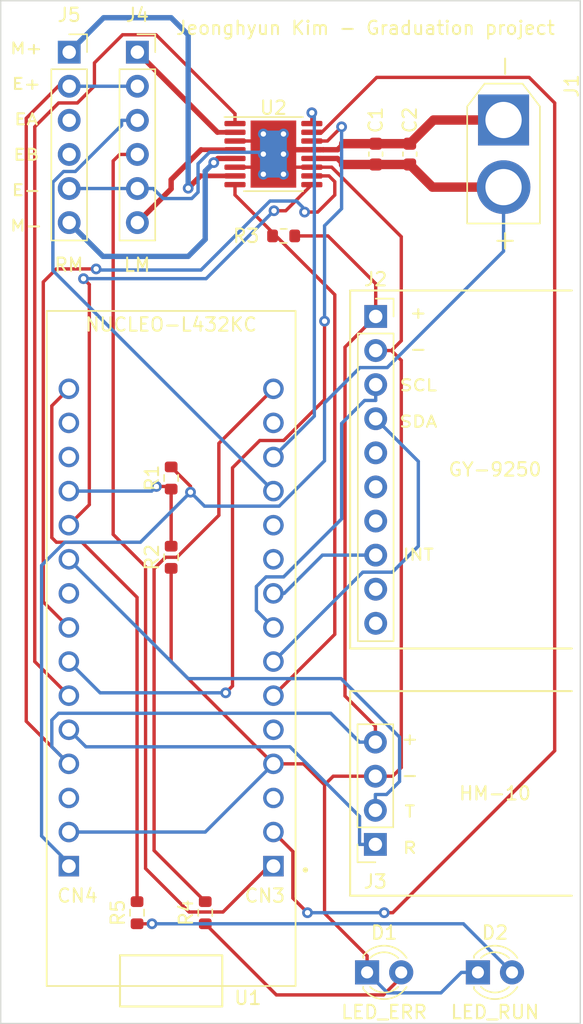
<source format=kicad_pcb>
(kicad_pcb (version 20211014) (generator pcbnew)
  (title_block (title "Jeonghyun Kim graduation project"))
  (layers (0 "F.Cu" signal) (31 "B.Cu" signal) (34 "B.Paste" user) (35 "F.Paste" user) (36 "B.SilkS" user "B.Silkscreen") (37 "F.SilkS" user "F.Silkscreen") (38 "B.Mask" user) (39 "F.Mask" user) (44 "Edge.Cuts" user))
  (net 0 "")
  (net 1 "BATT_VIN")
  (net 2 "BATT_GND")
  (net 3 "Net-(D1-Pad2)")
  (net 4 "Net-(D2-Pad2)")
  (net 5 "ENC_VCC")
  (net 6 "GY_SCL")
  (net 7 "GY_SDA")
  (net 11 "GY_INT")
  (net 14 "HM_RX")
  (net 15 "HM_TX")
  (net 16 "Net-(J4-Pad1)")
  (net 17 "ENC_1A")
  (net 18 "ENC_1B")
  (net 19 "Net-(J4-Pad6)")
  (net 20 "Net-(J5-Pad1)")
  (net 21 "Net-(J5-Pad6)")
  (net 22 "Net-(R1-Pad1)")
  (net 23 "LED_ERR")
  (net 24 "LED_RUN")
  (net 25 "M_OFF")
  (net 26 "M_FAULT")
  (net 27 "M_IN2")
  (net 28 "M_IN1")
  (net 35 "M_MODE")
  (net 39 "M_IN4")
  (net 40 "M_IN3")
  (footprint "Connector_PinSocket_2.54mm:PinSocket_1x10_P2.54mm_Vertical" (layer "F.Cu") (at 78.74 61.625)
    (fp_text reference "J2" (at 0 -2.77) (layer "F.SilkS"))
    (fp_text value "GY-9250" (at 8.89 11.4) (layer "F.SilkS"))
    (fp_line (start 1.33 -1.33) (end 1.33 0) (layer "F.SilkS") (width 0.12))
    (fp_line (start -1.33 24.19) (end 1.33 24.19) (layer "F.SilkS") (width 0.12))
    (fp_line (start -1.33 1.27) (end -1.33 24.19) (layer "F.SilkS") (width 0.12))
    (fp_line (start 1.33 1.27) (end 1.33 24.19) (layer "F.SilkS") (width 0.12))
    (fp_line (start -1.33 1.27) (end 1.33 1.27) (layer "F.SilkS") (width 0.12))
    (fp_line (start 0 -1.33) (end 1.33 -1.33) (layer "F.SilkS") (width 0.12))
    (pad "1" thru_hole rect (at 0 0) (size 1.7 1.7) (drill 1) (layers *.Cu *.Mask) (net 5 "ENC_VCC"))
    (pad "2" thru_hole oval (at 0 2.54) (size 1.7 1.7) (drill 1) (layers *.Cu *.Mask) (net 2 "BATT_GND"))
    (pad "3" thru_hole oval (at 0 5.08) (size 1.7 1.7) (drill 1) (layers *.Cu *.Mask) (net 6 "GY_SCL"))
    (pad "4" thru_hole oval (at 0 7.62) (size 1.7 1.7) (drill 1) (layers *.Cu *.Mask) (net 7 "GY_SDA"))
    (pad "5" thru_hole oval (at 0 10.16) (size 1.7 1.7) (drill 1) (layers *.Cu *.Mask))
    (pad "6" thru_hole oval (at 0 12.7) (size 1.7 1.7) (drill 1) (layers *.Cu *.Mask))
    (pad "7" thru_hole oval (at 0 15.24) (size 1.7 1.7) (drill 1) (layers *.Cu *.Mask))
    (pad "8" thru_hole oval (at 0 17.78) (size 1.7 1.7) (drill 1) (layers *.Cu *.Mask) (net 11 "GY_INT"))
    (pad "9" thru_hole oval (at 0 20.32) (size 1.7 1.7) (drill 1) (layers *.Cu *.Mask))
    (pad "10" thru_hole oval (at 0 22.86) (size 1.7 1.7) (drill 1) (layers *.Cu *.Mask))
  )
  (footprint "Resistor_SMD:R_0603_1608Metric" (layer "F.Cu") (at 71.882 55.626 180)
    (fp_text reference "R3" (at 2.794 0) (layer "F.SilkS"))
    (fp_text value "10k")
    (fp_line (start -0.237258 0.5225) (end 0.237258 0.5225) (layer "F.SilkS") (width 0.12))
    (fp_line (start -0.237258 -0.5225) (end 0.237258 -0.5225) (layer "F.SilkS") (width 0.12))
    (pad "1" smd roundrect (at -0.825 0 180) (size 0.8 0.95) (layers "F.Cu" "F.Paste" "F.Mask") (net 5 "ENC_VCC"))
    (pad "2" smd roundrect (at 0.825 0 180) (size 0.8 0.95) (layers "F.Cu" "F.Paste" "F.Mask") (net 26 "M_FAULT"))
  )
  (footprint "Capacitor_SMD:C_0603_1608Metric" (layer "F.Cu") (at 81.28 49.53 90)
    (fp_text reference "C2" (at 2.54 0 90) (layer "F.SilkS"))
    (fp_text value "0.1u")
    (fp_line (start -0.14058 -0.51) (end 0.14058 -0.51) (layer "F.SilkS") (width 0.12))
    (fp_line (start -0.14058 0.51) (end 0.14058 0.51) (layer "F.SilkS") (width 0.12))
    (pad "1" smd roundrect (at -0.775 0 90) (size 0.9 0.95) (layers "F.Cu" "F.Paste" "F.Mask") (net 1 "BATT_VIN"))
    (pad "2" smd roundrect (at 0.775 0 90) (size 0.9 0.95) (layers "F.Cu" "F.Paste" "F.Mask") (net 2 "BATT_GND"))
  )
  (footprint "LED_THT:LED_D3.0mm" (layer "F.Cu") (at 78.1 110.49)
    (fp_text reference "D1" (at 1.27 -2.96) (layer "F.SilkS"))
    (fp_text value "LED_ERR" (at 1.27 2.96) (layer "F.SilkS"))
    (fp_line (start -0.29 1.08) (end -0.29 1.236) (layer "F.SilkS") (width 0.12))
    (fp_line (start -0.29 -1.236) (end -0.29 -1.08) (layer "F.SilkS") (width 0.12))
    (fp_arc (start 0.229039 -1.08) (mid 1.270117 -1.5) (end 2.31113 -1.079837) (layer "F.SilkS") (width 0.12))
    (fp_arc (start 2.31113 1.079837) (mid 1.270117 1.5) (end 0.229039 1.08) (layer "F.SilkS") (width 0.12))
    (fp_arc (start 2.942335 1.078608) (mid 1.366487 1.987659) (end -0.29 1.235516) (layer "F.SilkS") (width 0.12))
    (fp_arc (start -0.29 -1.235516) (mid 1.366487 -1.987659) (end 2.942335 -1.078608) (layer "F.SilkS") (width 0.12))
    (pad "1" thru_hole rect (at 0 0) (size 1.8 1.8) (drill 0.9) (layers *.Cu *.Mask) (net 2 "BATT_GND"))
    (pad "2" thru_hole circle (at 2.54 0) (size 1.8 1.8) (drill 0.9) (layers *.Cu *.Mask) (net 3 "Net-(D1-Pad2)"))
  )
  (footprint "Resistor_SMD:R_0603_1608Metric" (layer "F.Cu") (at 63.5 79.565 90)
    (fp_text reference "R2" (at 0 -1.43 90) (layer "F.SilkS"))
    (fp_text value "2.4k")
    (fp_line (start -0.237258 0.5225) (end 0.237258 0.5225) (layer "F.SilkS") (width 0.12))
    (fp_line (start -0.237258 -0.5225) (end 0.237258 -0.5225) (layer "F.SilkS") (width 0.12))
    (pad "1" smd roundrect (at -0.825 0 90) (size 0.8 0.95) (layers "F.Cu" "F.Paste" "F.Mask") (net 2 "BATT_GND"))
    (pad "2" smd roundrect (at 0.825 0 90) (size 0.8 0.95) (layers "F.Cu" "F.Paste" "F.Mask") (net 22 "Net-(R1-Pad1)"))
  )
  (footprint "Resistor_SMD:R_0603_1608Metric" (layer "F.Cu") (at 63.5 73.66 90)
    (fp_text reference "R1" (at 0 -1.43 90) (layer "F.SilkS"))
    (fp_text value "12k")
    (fp_line (start -0.237258 -0.5225) (end 0.237258 -0.5225) (layer "F.SilkS") (width 0.12))
    (fp_line (start -0.237258 0.5225) (end 0.237258 0.5225) (layer "F.SilkS") (width 0.12))
    (pad "1" smd roundrect (at -0.825 0 90) (size 0.8 0.95) (layers "F.Cu" "F.Paste" "F.Mask") (net 22 "Net-(R1-Pad1)"))
    (pad "2" smd roundrect (at 0.825 0 90) (size 0.8 0.95) (layers "F.Cu" "F.Paste" "F.Mask") (net 1 "BATT_VIN"))
  )
  (footprint "LED_THT:LED_D3.0mm" (layer "F.Cu") (at 86.355 110.49)
    (fp_text reference "D2" (at 1.27 -2.96) (layer "F.SilkS"))
    (fp_text value "LED_RUN" (at 1.27 2.96) (layer "F.SilkS"))
    (fp_line (start -0.29 1.08) (end -0.29 1.236) (layer "F.SilkS") (width 0.12))
    (fp_line (start -0.29 -1.236) (end -0.29 -1.08) (layer "F.SilkS") (width 0.12))
    (fp_arc (start -0.29 -1.235516) (mid 1.366487 -1.987659) (end 2.942335 -1.078608) (layer "F.SilkS") (width 0.12))
    (fp_arc (start 2.942335 1.078608) (mid 1.366487 1.987659) (end -0.29 1.235516) (layer "F.SilkS") (width 0.12))
    (fp_arc (start 2.31113 1.079837) (mid 1.270117 1.5) (end 0.229039 1.08) (layer "F.SilkS") (width 0.12))
    (fp_arc (start 0.229039 -1.08) (mid 1.270117 -1.5) (end 2.31113 -1.079837) (layer "F.SilkS") (width 0.12))
    (pad "1" thru_hole rect (at 0 0) (size 1.8 1.8) (drill 0.9) (layers *.Cu *.Mask) (net 2 "BATT_GND"))
    (pad "2" thru_hole circle (at 2.54 0) (size 1.8 1.8) (drill 0.9) (layers *.Cu *.Mask) (net 4 "Net-(D2-Pad2)"))
  )
  (footprint "Resistor_SMD:R_0603_1608Metric" (layer "F.Cu") (at 66.04 106.045 90)
    (fp_text reference "R4" (at 0 -1.43 90) (layer "F.SilkS"))
    (fp_text value "100")
    (fp_line (start -0.237258 -0.5225) (end 0.237258 -0.5225) (layer "F.SilkS") (width 0.12))
    (fp_line (start -0.237258 0.5225) (end 0.237258 0.5225) (layer "F.SilkS") (width 0.12))
    (pad "1" smd roundrect (at -0.825 0 90) (size 0.8 0.95) (layers "F.Cu" "F.Paste" "F.Mask") (net 3 "Net-(D1-Pad2)"))
    (pad "2" smd roundrect (at 0.825 0 90) (size 0.8 0.95) (layers "F.Cu" "F.Paste" "F.Mask") (net 23 "LED_ERR"))
  )
  (footprint "Capacitor_SMD:C_0603_1608Metric" (layer "F.Cu") (at 78.74 49.53 90)
    (fp_text reference "C1" (at 2.54 0 90) (layer "F.SilkS"))
    (fp_text value "10u")
    (fp_line (start -0.14058 -0.51) (end 0.14058 -0.51) (layer "F.SilkS") (width 0.12))
    (fp_line (start -0.14058 0.51) (end 0.14058 0.51) (layer "F.SilkS") (width 0.12))
    (pad "1" smd roundrect (at -0.775 0 90) (size 0.9 0.95) (layers "F.Cu" "F.Paste" "F.Mask") (net 1 "BATT_VIN"))
    (pad "2" smd roundrect (at 0.775 0 90) (size 0.9 0.95) (layers "F.Cu" "F.Paste" "F.Mask") (net 2 "BATT_GND"))
  )
  (footprint "Resistor_SMD:R_0603_1608Metric" (layer "F.Cu") (at 60.96 106.045 90)
    (fp_text reference "R5" (at 0 -1.43 90) (layer "F.SilkS"))
    (fp_text value "100")
    (fp_line (start -0.237258 -0.5225) (end 0.237258 -0.5225) (layer "F.SilkS") (width 0.12))
    (fp_line (start -0.237258 0.5225) (end 0.237258 0.5225) (layer "F.SilkS") (width 0.12))
    (pad "1" smd roundrect (at -0.825 0 90) (size 0.8 0.95) (layers "F.Cu" "F.Paste" "F.Mask") (net 4 "Net-(D2-Pad2)"))
    (pad "2" smd roundrect (at 0.825 0 90) (size 0.8 0.95) (layers "F.Cu" "F.Paste" "F.Mask") (net 24 "LED_RUN"))
  )
  (footprint "NUCLEO-L432KCsym:MODULE_NUCLEO-L432KC" (layer "F.Cu") (at 63.5 86.36 180)
    (fp_text reference "U1" (at -5.715 -26.035) (layer "F.SilkS"))
    (fp_text value "NUCLEO-L432KC" (at 0 24.13) (layer "F.SilkS"))
    (fp_line (start -9.27 25.145) (end -9.27 -25.145) (layer "F.SilkS") (width 0.127))
    (fp_line (start 9.27 -25.145) (end 9.27 25.145) (layer "F.SilkS") (width 0.127))
    (fp_line (start -9.27 -25.145) (end 9.27 -25.145) (layer "F.SilkS") (width 0.127))
    (fp_line (start 9.27 25.145) (end -9.27 25.145) (layer "F.SilkS") (width 0.127))
    (fp_circle (center -10 -16.5) (end -9.9 -16.5) (layer "F.SilkS") (width 0.2) (fill none))
    (pad "CN3_1" thru_hole rect (at -7.62 -16.215 180) (size 1.53 1.53) (drill 1.02) (layers *.Cu *.Mask) (net 18 "ENC_1B"))
    (pad "CN3_2" thru_hole circle (at -7.62 -13.675 180) (size 1.53 1.53) (drill 1.02) (layers *.Cu *.Mask) (net 27 "M_IN2"))
    (pad "CN3_3" thru_hole circle (at -7.62 -11.135 180) (size 1.53 1.53) (drill 1.02) (layers *.Cu *.Mask))
    (pad "CN3_4" thru_hole circle (at -7.62 -8.595 180) (size 1.53 1.53) (drill 1.02) (layers *.Cu *.Mask) (net 2 "BATT_GND"))
    (pad "CN3_5" thru_hole circle (at -7.62 -6.055 180) (size 1.53 1.53) (drill 1.02) (layers *.Cu *.Mask))
    (pad "CN3_6" thru_hole circle (at -7.62 -3.515 180) (size 1.53 1.53) (drill 1.02) (layers *.Cu *.Mask) (net 26 "M_FAULT"))
    (pad "CN3_7" thru_hole circle (at -7.62 -0.975 180) (size 1.53 1.53) (drill 1.02) (layers *.Cu *.Mask) (net 7 "GY_SDA"))
    (pad "CN3_8" thru_hole circle (at -7.62 1.565 180) (size 1.53 1.53) (drill 1.02) (layers *.Cu *.Mask) (net 6 "GY_SCL"))
    (pad "CN3_9" thru_hole circle (at -7.62 4.105 180) (size 1.53 1.53) (drill 1.02) (layers *.Cu *.Mask) (net 11 "GY_INT"))
    (pad "CN3_10" thru_hole circle (at -7.62 6.645 180) (size 1.53 1.53) (drill 1.02) (layers *.Cu *.Mask))
    (pad "CN3_11" thru_hole circle (at -7.62 9.185 180) (size 1.53 1.53) (drill 1.02) (layers *.Cu *.Mask))
    (pad "CN3_12" thru_hole circle (at -7.62 11.725 180) (size 1.53 1.53) (drill 1.02) (layers *.Cu *.Mask) (net 17 "ENC_1A"))
    (pad "CN3_13" thru_hole circle (at -7.62 14.265 180) (size 1.53 1.53) (drill 1.02) (layers *.Cu *.Mask) (net 28 "M_IN1"))
    (pad "CN3_14" thru_hole circle (at -7.62 16.805 180) (size 1.53 1.53) (drill 1.02) (layers *.Cu *.Mask))
    (pad "CN3_15" thru_hole circle (at -7.62 19.345 180) (size 1.53 1.53) (drill 1.02) (layers *.Cu *.Mask) (net 23 "LED_ERR"))
    (pad "CN4_1" thru_hole rect (at 7.62 -16.215 180) (size 1.53 1.53) (drill 1.02) (layers *.Cu *.Mask) (net 1 "BATT_VIN"))
    (pad "CN4_2" thru_hole circle (at 7.62 -13.675 180) (size 1.53 1.53) (drill 1.02) (layers *.Cu *.Mask) (net 2 "BATT_GND"))
    (pad "CN4_3" thru_hole circle (at 7.62 -11.135 180) (size 1.53 1.53) (drill 1.02) (layers *.Cu *.Mask))
    (pad "CN4_4" thru_hole circle (at 7.62 -8.595 180) (size 1.53 1.53) (drill 1.02) (layers *.Cu *.Mask) (net 5 "ENC_VCC"))
    (pad "CN4_5" thru_hole circle (at 7.62 -6.055 180) (size 1.53 1.53) (drill 1.02) (layers *.Cu *.Mask) (net 14 "HM_RX"))
    (pad "CN4_6" thru_hole circle (at 7.62 -3.515 180) (size 1.53 1.53) (drill 1.02) (layers *.Cu *.Mask) (net 25 "M_OFF"))
    (pad "CN4_7" thru_hole circle (at 7.62 -0.975 180) (size 1.53 1.53) (drill 1.02) (layers *.Cu *.Mask) (net 35 "M_MODE"))
    (pad "CN4_8" thru_hole circle (at 7.62 1.565 180) (size 1.53 1.53) (drill 1.02) (layers *.Cu *.Mask) (net 39 "M_IN4"))
    (pad "CN4_9" thru_hole circle (at 7.62 4.105 180) (size 1.53 1.53) (drill 1.02) (layers *.Cu *.Mask))
    (pad "CN4_10" thru_hole circle (at 7.62 6.645 180) (size 1.53 1.53) (drill 1.02) (layers *.Cu *.Mask) (net 15 "HM_TX"))
    (pad "CN4_11" thru_hole circle (at 7.62 9.185 180) (size 1.53 1.53) (drill 1.02) (layers *.Cu *.Mask) (net 40 "M_IN3"))
    (pad "CN4_12" thru_hole circle (at 7.62 11.725 180) (size 1.53 1.53) (drill 1.02) (layers *.Cu *.Mask) (net 22 "Net-(R1-Pad1)"))
    (pad "CN4_13" thru_hole circle (at 7.62 14.265 180) (size 1.53 1.53) (drill 1.02) (layers *.Cu *.Mask))
    (pad "CN4_14" thru_hole circle (at 7.62 16.805 180) (size 1.53 1.53) (drill 1.02) (layers *.Cu *.Mask))
    (pad "CN4_15" thru_hole circle (at 7.62 19.345 180) (size 1.53 1.53) (drill 1.02) (layers *.Cu *.Mask) (net 24 "LED_RUN"))
  )
  (footprint "Package_SO:HTSSOP-16-1EP_4.4x5mm_P0.65mm_EP3.4x5mm_Mask2.46x2.31mm_ThermalVias" (layer "F.Cu") (at 71.12 49.53)
    (fp_text reference "U2" (at 0 -3.45) (layer "F.SilkS"))
    (fp_text value "DRV8847PWP")
    (fp_line (start 0 -2.76) (end 2.2 -2.76) (layer "F.SilkS") (width 0.12))
    (fp_line (start 0 2.76) (end 2.2 2.76) (layer "F.SilkS") (width 0.12))
    (fp_line (start 0 -2.76) (end -3.65 -2.76) (layer "F.SilkS") (width 0.12))
    (fp_line (start 0 2.76) (end -2.2 2.76) (layer "F.SilkS") (width 0.12))
    (pad "1" smd roundrect (at -2.8625 -2.275) (size 1.575 0.4) (layers "F.Cu" "F.Paste" "F.Mask") (net 25 "M_OFF"))
    (pad "2" smd roundrect (at -2.8625 -1.625) (size 1.575 0.4) (layers "F.Cu" "F.Paste" "F.Mask") (net 16 "Net-(J4-Pad1)"))
    (pad "3" smd roundrect (at -2.8625 -0.975) (size 1.575 0.4) (layers "F.Cu" "F.Paste" "F.Mask") (net 2 "BATT_GND"))
    (pad "4" smd roundrect (at -2.8625 -0.325) (size 1.575 0.4) (layers "F.Cu" "F.Paste" "F.Mask") (net 19 "Net-(J4-Pad6)"))
    (pad "5" smd roundrect (at -2.8625 0.325) (size 1.575 0.4) (layers "F.Cu" "F.Paste" "F.Mask") (net 21 "Net-(J5-Pad6)"))
    (pad "6" smd roundrect (at -2.8625 0.975) (size 1.575 0.4) (layers "F.Cu" "F.Paste" "F.Mask") (net 2 "BATT_GND"))
    (pad "7" smd roundrect (at -2.8625 1.625) (size 1.575 0.4) (layers "F.Cu" "F.Paste" "F.Mask") (net 20 "Net-(J5-Pad1)"))
    (pad "8" smd roundrect (at -2.8625 2.275) (size 1.575 0.4) (layers "F.Cu" "F.Paste" "F.Mask") (net 26 "M_FAULT"))
    (pad "9" smd roundrect (at 2.8625 2.275) (size 1.575 0.4) (layers "F.Cu" "F.Paste" "F.Mask") (net 40 "M_IN3"))
    (pad "10" smd roundrect (at 2.8625 1.625) (size 1.575 0.4) (layers "F.Cu" "F.Paste" "F.Mask") (net 39 "M_IN4"))
    (pad "11" smd roundrect (at 2.8625 0.975) (size 1.575 0.4) (layers "F.Cu" "F.Paste" "F.Mask") (net 2 "BATT_GND"))
    (pad "12" smd roundrect (at 2.8625 0.325) (size 1.575 0.4) (layers "F.Cu" "F.Paste" "F.Mask") (net 1 "BATT_VIN"))
    (pad "13" smd roundrect (at 2.8625 -0.325) (size 1.575 0.4) (layers "F.Cu" "F.Paste" "F.Mask") (net 2 "BATT_GND"))
    (pad "14" smd roundrect (at 2.8625 -0.975) (size 1.575 0.4) (layers "F.Cu" "F.Paste" "F.Mask") (net 35 "M_MODE"))
    (pad "15" smd roundrect (at 2.8625 -1.625) (size 1.575 0.4) (layers "F.Cu" "F.Paste" "F.Mask") (net 27 "M_IN2"))
    (pad "16" smd roundrect (at 2.8625 -2.275) (size 1.575 0.4) (layers "F.Cu" "F.Paste" "F.Mask") (net 28 "M_IN1"))
    (pad "17" smd rect (at 0 0) (size 2 3.5) (layers "B.Cu") (net 2 "BATT_GND"))
    (pad "17" thru_hole circle (at 0.75 1.5) (size 0.8 0.8) (drill 0.4) (layers *.Cu) (net 2 "BATT_GND"))
    (pad "17" thru_hole circle (at 0.75 -1.5) (size 0.8 0.8) (drill 0.4) (layers *.Cu) (net 2 "BATT_GND"))
    (pad "17" thru_hole circle (at -0.75 1.5) (size 0.8 0.8) (drill 0.4) (layers *.Cu) (net 2 "BATT_GND"))
    (pad "17" thru_hole circle (at -0.75 -1.5) (size 0.8 0.8) (drill 0.4) (layers *.Cu) (net 2 "BATT_GND"))
    (pad "17" thru_hole circle (at -0.75 0) (size 0.8 0.8) (drill 0.4) (layers *.Cu) (net 2 "BATT_GND"))
    (pad "17" smd rect (at 0 0) (size 3.4 5) (layers "F.Cu") (net 2 "BATT_GND"))
    (pad "17" thru_hole circle (at 0.75 0) (size 0.8 0.8) (drill 0.4) (layers *.Cu) (net 2 "BATT_GND"))
  )
  (footprint "Connector_PinSocket_2.54mm:PinSocket_1x06_P2.54mm_Vertical" (layer "F.Cu") (at 55.905 41.935)
    (fp_text reference "J5" (at 0 -2.77) (layer "F.SilkS"))
    (fp_text value "Right Motor")
    (fp_line (start 0 -1.33) (end 1.33 -1.33) (layer "F.SilkS") (width 0.12))
    (fp_line (start -1.33 14.03) (end 1.33 14.03) (layer "F.SilkS") (width 0.12))
    (fp_line (start 1.33 -1.33) (end 1.33 0) (layer "F.SilkS") (width 0.12))
    (fp_line (start -1.33 1.27) (end 1.33 1.27) (layer "F.SilkS") (width 0.12))
    (fp_line (start -1.33 1.27) (end -1.33 14.03) (layer "F.SilkS") (width 0.12))
    (fp_line (start 1.33 1.27) (end 1.33 14.03) (layer "F.SilkS") (width 0.12))
    (pad "1" thru_hole rect (at 0 0) (size 1.7 1.7) (drill 1) (layers *.Cu *.Mask) (net 20 "Net-(J5-Pad1)"))
    (pad "2" thru_hole oval (at 0 2.54) (size 1.7 1.7) (drill 1) (layers *.Cu *.Mask) (net 5 "ENC_VCC"))
    (pad "3" thru_hole oval (at 0 5.08) (size 1.7 1.7) (drill 1) (layers *.Cu *.Mask))
    (pad "4" thru_hole oval (at 0 7.62) (size 1.7 1.7) (drill 1) (layers *.Cu *.Mask))
    (pad "5" thru_hole oval (at 0 10.16) (size 1.7 1.7) (drill 1) (layers *.Cu *.Mask) (net 2 "BATT_GND"))
    (pad "6" thru_hole oval (at 0 12.7) (size 1.7 1.7) (drill 1) (layers *.Cu *.Mask) (net 21 "Net-(J5-Pad6)"))
  )
  (footprint "Connector_PinSocket_2.54mm:PinSocket_1x04_P2.54mm_Vertical" (layer "F.Cu") (at 78.715 100.955 180)
    (fp_text reference "J3" (at 0 -2.77) (layer "F.SilkS"))
    (fp_text value "HM-10" (at -8.915 3.8) (layer "F.SilkS"))
    (fp_line (start 1.33 1.27) (end 1.33 8.95) (layer "F.SilkS") (width 0.12))
    (fp_line (start -1.33 1.27) (end 1.33 1.27) (layer "F.SilkS") (width 0.12))
    (fp_line (start 0 -1.33) (end 1.33 -1.33) (layer "F.SilkS") (width 0.12))
    (fp_line (start 1.33 -1.33) (end 1.33 0) (layer "F.SilkS") (width 0.12))
    (fp_line (start -1.33 8.95) (end 1.33 8.95) (layer "F.SilkS") (width 0.12))
    (fp_line (start -1.33 1.27) (end -1.33 8.95) (layer "F.SilkS") (width 0.12))
    (pad "1" thru_hole rect (at 0 0 180) (size 1.7 1.7) (drill 1) (layers *.Cu *.Mask) (net 14 "HM_RX"))
    (pad "2" thru_hole oval (at 0 2.54 180) (size 1.7 1.7) (drill 1) (layers *.Cu *.Mask) (net 15 "HM_TX"))
    (pad "3" thru_hole oval (at 0 5.08 180) (size 1.7 1.7) (drill 1) (layers *.Cu *.Mask) (net 2 "BATT_GND"))
    (pad "4" thru_hole oval (at 0 7.62 180) (size 1.7 1.7) (drill 1) (layers *.Cu *.Mask) (net 5 "ENC_VCC"))
  )
  (footprint "Connector_AMASS:AMASS_XT30U-F_1x02_P5.0mm_Vertical" (layer "F.Cu") (at 88.265 46.99 -90)
    (fp_text reference "J1" (at -2.54 -5.08 90) (layer "F.SilkS"))
    (fp_text value "Power")
    (fp_text user "-" (at -4 0 90) (layer "F.SilkS") (effects (font (size 1.5 1.5))))
    (fp_text user "+" (at 9 0 90) (layer "F.SilkS") (effects (font (size 1.5 1.5))))
    (fp_line (start -2.71 -1.41) (end -2.71 1.41) (layer "F.SilkS") (width 0.12))
    (fp_line (start -1.01 -2.71) (end 7.71 -2.71) (layer "F.SilkS") (width 0.12))
    (fp_line (start 7.71 -2.71) (end 7.71 2.71) (layer "F.SilkS") (width 0.12))
    (fp_line (start -1.01 2.71) (end 7.71 2.71) (layer "F.SilkS") (width 0.12))
    (fp_line (start -2.71 1.41) (end -1.01 2.71) (layer "F.SilkS") (width 0.12))
    (fp_line (start -2.71 -1.41) (end -1.01 -2.71) (layer "F.SilkS") (width 0.12))
    (pad "1" thru_hole rect (at 0 0 270) (size 3.8 3.8) (drill 2.7) (layers *.Cu "F.Mask") (net 2 "BATT_GND"))
    (pad "2" thru_hole circle (at 5 0 270) (size 4 4) (drill 2.7) (layers *.Cu *.Mask) (net 1 "BATT_VIN"))
  )
  (footprint "Connector_PinSocket_2.54mm:PinSocket_1x06_P2.54mm_Vertical" (layer "F.Cu") (at 60.985 41.935)
    (fp_text reference "J4" (at 0 -2.77) (layer "F.SilkS"))
    (fp_text value "Left Motor")
    (fp_line (start 1.33 -1.33) (end 1.33 0) (layer "F.SilkS") (width 0.12))
    (fp_line (start 1.33 1.27) (end 1.33 14.03) (layer "F.SilkS") (width 0.12))
    (fp_line (start -1.33 14.03) (end 1.33 14.03) (layer "F.SilkS") (width 0.12))
    (fp_line (start -1.33 1.27) (end 1.33 1.27) (layer "F.SilkS") (width 0.12))
    (fp_line (start 0 -1.33) (end 1.33 -1.33) (layer "F.SilkS") (width 0.12))
    (fp_line (start -1.33 1.27) (end -1.33 14.03) (layer "F.SilkS") (width 0.12))
    (pad "1" thru_hole rect (at 0 0) (size 1.7 1.7) (drill 1) (layers *.Cu *.Mask) (net 16 "Net-(J4-Pad1)"))
    (pad "2" thru_hole oval (at 0 2.54) (size 1.7 1.7) (drill 1) (layers *.Cu *.Mask) (net 5 "ENC_VCC"))
    (pad "3" thru_hole oval (at 0 5.08) (size 1.7 1.7) (drill 1) (layers *.Cu *.Mask) (net 17 "ENC_1A"))
    (pad "4" thru_hole oval (at 0 7.62) (size 1.7 1.7) (drill 1) (layers *.Cu *.Mask) (net 18 "ENC_1B"))
    (pad "5" thru_hole oval (at 0 10.16) (size 1.7 1.7) (drill 1) (layers *.Cu *.Mask) (net 2 "BATT_GND"))
    (pad "6" thru_hole oval (at 0 12.7) (size 1.7 1.7) (drill 1) (layers *.Cu *.Mask) (net 19 "Net-(J4-Pad6)"))
  )
  (gr_line (start 76.835 89.535) (end 76.835 104.775) (layer "F.SilkS") (width 0.15))
  (gr_line (start 93.345 59.69) (end 76.835 59.69) (layer "F.SilkS") (width 0.15))
  (gr_rect (start 59.69 109.22) (end 67.31 113.03) (layer "F.SilkS") (width 0.15) (fill none))
  (gr_line (start 76.835 104.775) (end 93.345 104.775) (layer "F.SilkS") (width 0.15))
  (gr_line (start 93.345 89.535) (end 76.835 89.535) (layer "F.SilkS") (width 0.15))
  (gr_line (start 76.835 86.36) (end 93.345 86.36) (layer "F.SilkS") (width 0.15))
  (gr_line (start 76.835 59.69) (end 76.835 86.36) (layer "F.SilkS") (width 0.15))
  (gr_rect (start 50.8 38.1) (end 93.98 114.3) (layer "Edge.Cuts") (width 0.1) (fill none))
  (gr_text "CN3" (at 70.485 104.775) (layer "F.SilkS") (effects (font (size 1 1))))
  (gr_text "CN4\n" (at 56.515 104.775) (layer "F.SilkS") (effects (font (size 1 1))))
  (gr_text "+\n\n-\n\nSCL\n\nSDA" (at 81.915 65.405) (layer "F.SilkS") (effects (font (size 0.84 1))))
  (gr_text "Jeonghyun Kim - Graduation project" (at 77.978 40.132) (layer "F.SilkS") (effects (font (size 1 1))))
  (gr_text "+\n\n-\n\nT\n\nR" (at 81.28 97.155) (layer "F.SilkS") (effects (font (size 0.84 1))))
  (gr_text "M+\n\nE+\n\nEA\n\nEB\n\nE-\n\nM-" (at 52.705 48.26) (layer "F.SilkS") (effects (font (size 0.82 1))))
  (gr_text "INT" (at 81.915 79.375) (layer "F.SilkS") (effects (font (size 0.84 1))))
  (gr_text "RM" (at 55.88 57.785) (layer "F.SilkS") (effects (font (size 1 1))))
  (gr_text "LM" (at 60.96 57.785) (layer "F.SilkS") (effects (font (size 1 1))))
  (segment (start 78.74 50.305) (end 81.28 50.305) (width 0.7) (layer "F.Cu") (net 1))
  (segment (start 76.34 50.305) (end 78.74 50.305) (width 0.7) (layer "F.Cu") (net 1))
  (segment (start 82.965 51.99) (end 88.265 51.99) (width 0.7) (layer "F.Cu") (net 1))
  (segment (start 81.28 50.305) (end 82.965 51.99) (width 0.7) (layer "F.Cu") (net 1))
  (segment (start 63.5 72.835) (end 64.943 74.278) (width 0.25) (layer "F.Cu") (net 1))
  (segment (start 64.943 74.278) (end 64.943 74.7155) (width 0.25) (layer "F.Cu") (net 1))
  (segment (start 75.89 49.855) (end 76.34 50.305) (width 0.4) (layer "F.Cu") (net 1))
  (segment (start 73.9825 49.855) (end 75.89 49.855) (width 0.4) (layer "F.Cu") (net 1))
  (via (at 64.943 74.7155) (size 0.8) (drill 0.4) (layers "F.Cu" "B.Cu") (net 1))
  (segment (start 74.9289 68.0731) (end 74.9289 72.377) (width 0.25) (layer "B.Cu") (net 1))
  (segment (start 88.265 56.769) (end 79.599 65.435) (width 0.25) (layer "B.Cu") (net 1))
  (segment (start 77.567 65.435) (end 74.9289 68.0731) (width 0.25) (layer "B.Cu") (net 1))
  (segment (start 88.265 51.99) (end 88.265 56.769) (width 0.25) (layer "B.Cu") (net 1))
  (segment (start 61.2135 78.445) (end 64.943 74.7155) (width 0.25) (layer "B.Cu") (net 1))
  (segment (start 53.848 100.33) (end 53.848 80.174) (width 0.25) (layer "B.Cu") (net 1))
  (segment (start 55.88 102.362) (end 53.848 100.33) (width 0.25) (layer "B.Cu") (net 1))
  (segment (start 55.577 78.445) (end 61.2135 78.445) (width 0.25) (layer "B.Cu") (net 1))
  (segment (start 65.9841 75.7566) (end 64.943 74.7155) (width 0.25) (layer "B.Cu") (net 1))
  (segment (start 55.88 102.575) (end 55.88 102.362) (width 0.25) (layer "B.Cu") (net 1))
  (segment (start 74.9289 72.377) (end 71.5493 75.7566) (width 0.25) (layer "B.Cu") (net 1))
  (segment (start 79.599 65.435) (end 77.567 65.435) (width 0.25) (layer "B.Cu") (net 1))
  (segment (start 53.848 80.174) (end 55.577 78.445) (width 0.25) (layer "B.Cu") (net 1))
  (segment (start 71.5493 75.7566) (end 65.9841 75.7566) (width 0.25) (layer "B.Cu") (net 1))
  (segment (start 68.2575 50.505) (end 70.145 50.505) (width 0.25) (layer "F.Cu") (net 2))
  (segment (start 78.1 109.263) (end 74.93 106.093) (width 0.25) (layer "F.Cu") (net 2))
  (segment (start 78.74 48.755) (end 81.28 48.755) (width 0.7) (layer "F.Cu") (net 2))
  (segment (start 63.5 87.335) (end 63.5 80.39) (width 0.25) (layer "F.Cu") (net 2))
  (segment (start 71.445 49.205) (end 71.12 49.53) (width 0.25) (layer "F.Cu") (net 2))
  (segment (start 80.645 55.6854) (end 75.4646 50.505) (width 0.25) (layer "F.Cu") (net 2))
  (segment (start 79.9154 64.165) (end 80.645 63.4354) (width 0.25) (layer "F.Cu") (net 2))
  (segment (start 73.9825 49.205) (end 72.0491 49.205) (width 0.4) (layer "F.Cu") (net 2))
  (segment (start 74.8271 49.205) (end 74.8279 49.2043) (width 0.4) (layer "F.Cu") (net 2))
  (segment (start 70.6325 50.0175) (end 70.37 49.755) (width 0.25) (layer "F.Cu") (net 2))
  (segment (start 71.87 48.03) (end 71.87 49.205) (width 0.25) (layer "F.Cu") (net 2))
  (segment (start 70.145 50.505) (end 70.6325 50.0175) (width 0.25) (layer "F.Cu") (net 2))
  (segment (start 70.37 49.755) (end 70.37 49.53) (width 0.25) (layer "F.Cu") (net 2))
  (segment (start 72.0491 49.205) (end 71.87 49.3841) (width 0.25) (layer "F.Cu") (net 2))
  (segment (start 71.445 49.205) (end 71.12 49.53) (width 0.25) (layer "F.Cu") (net 2))
  (segment (start 83.045 46.99) (end 88.265 46.99) (width 0.7) (layer "F.Cu") (net 2))
  (segment (start 75.4646 50.505) (end 73.9825 50.505) (width 0.25) (layer "F.Cu") (net 2))
  (segment (start 80.645 95.2325) (end 80.0025 95.875) (width 0.25) (layer "F.Cu") (net 2))
  (segment (start 80.645 64.8931) (end 80.645 95.2325) (width 0.25) (layer "F.Cu") (net 2))
  (segment (start 71.87 49.205) (end 71.445 49.205) (width 0.4) (layer "F.Cu") (net 2))
  (segment (start 71.87 49.3841) (end 71.87 49.53) (width 0.25) (layer "F.Cu") (net 2))
  (segment (start 72.095 48.555) (end 71.445 49.205) (width 0.25) (layer "F.Cu") (net 2))
  (segment (start 78.74 64.165) (end 79.9154 64.165) (width 0.25) (layer "F.Cu") (net 2))
  (segment (start 79.9154 64.165) (end 79.9169 64.165) (width 0.25) (layer "F.Cu") (net 2))
  (segment (start 78.1 110.49) (end 78.1 109.263) (width 0.25) (layer "F.Cu") (net 2))
  (segment (start 73.9825 49.205) (end 74.8271 49.205) (width 0.4) (layer "F.Cu") (net 2))
  (segment (start 71.87 50.505) (end 71.87 49.53) (width 0.25) (layer "F.Cu") (net 2))
  (segment (start 73.365 94.955) (end 71.12 94.955) (width 0.25) (layer "F.Cu") (net 2))
  (segment (start 71.87 51.03) (end 71.87 50.505) (width 0.25) (layer "F.Cu") (net 2))
  (segment (start 78.715 95.875) (end 75.575 95.875) (width 0.25) (layer "F.Cu") (net 2))
  (segment (start 70.6325 50.0175) (end 71.12 49.53) (width 0.25) (layer "F.Cu") (net 2))
  (segment (start 74.93 106.093) (end 74.93 96.52) (width 0.25) (layer "F.Cu") (net 2))
  (segment (start 74.93 96.52) (end 73.365 94.955) (width 0.25) (layer "F.Cu") (net 2))
  (segment (start 70.145 48.555) (end 71.12 49.53) (width 0.25) (layer "F.Cu") (net 2))
  (segment (start 70.145 48.255) (end 70.145 48.555) (width 0.25) (layer "F.Cu") (net 2))
  (segment (start 80.645 63.4354) (end 80.645 55.6854) (width 0.25) (layer "F.Cu") (net 2))
  (segment (start 71.12 94.955) (end 63.5 87.335) (width 0.25) (layer "F.Cu") (net 2))
  (segment (start 70.37 51.03) (end 70.145 50.805) (width 0.25) (layer "F.Cu") (net 2))
  (segment (start 68.2575 48.555) (end 70.145 48.555) (width 0.25) (layer "F.Cu") (net 2))
  (segment (start 71.87 50.505) (end 73.9825 50.505) (width 0.25) (layer "F.Cu") (net 2))
  (segment (start 81.28 48.755) (end 83.045 46.99) (width 0.7) (layer "F.Cu") (net 2))
  (segment (start 74.8279 49.2043) (end 75.9052 49.2043) (width 0.4) (layer "F.Cu") (net 2))
  (segment (start 70.145 50.805) (end 70.145 50.505) (width 0.25) (layer "F.Cu") (net 2))
  (segment (start 80.0025 95.875) (end 78.715 95.875) (width 0.25) (layer "F.Cu") (net 2))
  (segment (start 70.37 48.03) (end 70.145 48.255) (width 0.25) (layer "F.Cu") (net 2))
  (segment (start 76.3544 48.755) (end 78.74 48.755) (width 0.7) (layer "F.Cu") (net 2))
  (segment (start 75.575 95.875) (end 74.93 96.52) (width 0.25) (layer "F.Cu") (net 2))
  (segment (start 75.9052 49.2043) (end 76.3544 48.755) (width 0.4) (layer "F.Cu") (net 2))
  (segment (start 72.0491 49.205) (end 71.87 49.205) (width 0.4) (layer "F.Cu") (net 2))
  (segment (start 79.9169 64.165) (end 80.645 64.8931) (width 0.25) (layer "F.Cu") (net 2))
  (segment (start 70.2359 49.3959) (end 66.3589 49.3959) (width 0.25) (layer "B.Cu") (net 2))
  (segment (start 86.355 110.49) (end 85.1281 110.49) (width 0.25) (layer "B.Cu") (net 2))
  (segment (start 65.505 52.3682) (end 65.0326 52.8406) (width 0.25) (layer "B.Cu") (net 2))
  (segment (start 66.04 100.035) (end 55.88 100.035) (width 0.25) (layer "B.Cu") (net 2))
  (segment (start 55.905 52.095) (end 60.985 52.095) (width 0.25) (layer "B.Cu") (net 2))
  (segment (start 65.0326 52.8406) (end 62.9075 52.8406) (width 0.25) (layer "B.Cu") (net 2))
  (segment (start 62.9075 52.8406) (end 62.1619 52.095) (width 0.25) (layer "B.Cu") (net 2))
  (segment (start 79.624 112.014) (end 78.1 110.49) (width 0.25) (layer "B.Cu") (net 2))
  (segment (start 65.505 50.2498) (end 65.505 52.3682) (width 0.25) (layer "B.Cu") (net 2))
  (segment (start 71.12 94.955) (end 66.04 100.035) (width 0.25) (layer "B.Cu") (net 2))
  (segment (start 66.3589 49.3959) (end 65.505 50.2498) (width 0.25) (layer "B.Cu") (net 2))
  (segment (start 71.87 49.53) (end 71.12 49.53) (width 0.25) (layer "B.Cu") (net 2))
  (segment (start 83.6041 112.014) (end 79.624 112.014) (width 0.25) (layer "B.Cu") (net 2))
  (segment (start 85.1281 110.49) (end 83.6041 112.014) (width 0.25) (layer "B.Cu") (net 2))
  (segment (start 70.37 49.53) (end 70.2359 49.3959) (width 0.25) (layer "B.Cu") (net 2))
  (segment (start 62.1619 52.095) (end 60.985 52.095) (width 0.25) (layer "B.Cu") (net 2))
  (segment (start 79.3226 112.169) (end 80.64 110.851) (width 0.25) (layer "F.Cu") (net 3))
  (segment (start 66.04 106.87) (end 71.3388 112.169) (width 0.25) (layer "F.Cu") (net 3))
  (segment (start 80.64 110.851) (end 80.64 110.49) (width 0.25) (layer "F.Cu") (net 3))
  (segment (start 71.3388 112.169) (end 79.3226 112.169) (width 0.25) (layer "F.Cu") (net 3))
  (segment (start 60.96 106.87) (end 62.0738 106.87) (width 0.25) (layer "F.Cu") (net 4))
  (via (at 62.0738 106.87) (size 0.8) (drill 0.4) (layers "F.Cu" "B.Cu") (net 4))
  (segment (start 88.895 110.49) (end 85.275 106.87) (width 0.25) (layer "B.Cu") (net 4))
  (segment (start 85.275 106.87) (end 62.0738 106.87) (width 0.25) (layer "B.Cu") (net 4))
  (segment (start 78.715 93.335) (end 78.715 92.1581) (width 0.25) (layer "F.Cu") (net 5))
  (segment (start 55.905 44.475) (end 55.093 44.475) (width 0.25) (layer "F.Cu") (net 5))
  (segment (start 78.715 92.1581) (end 76.454 89.8971) (width 0.25) (layer "F.Cu") (net 5))
  (segment (start 76.454 89.8971) (end 76.454 63.911) (width 0.25) (layer "F.Cu") (net 5))
  (segment (start 52.705 46.863) (end 52.705 91.78) (width 0.25) (layer "F.Cu") (net 5))
  (segment (start 55.093 44.475) (end 52.705 46.863) (width 0.25) (layer "F.Cu") (net 5))
  (segment (start 75.184 55.626) (end 72.961 55.626) (width 0.25) (layer "F.Cu") (net 5))
  (segment (start 78.74 61.625) (end 78.74 59.182) (width 0.25) (layer "F.Cu") (net 5))
  (segment (start 76.454 63.911) (end 78.74 61.625) (width 0.25) (layer "F.Cu") (net 5))
  (segment (start 78.74 59.182) (end 75.184 55.626) (width 0.25) (layer "F.Cu") (net 5))
  (segment (start 52.705 91.78) (end 55.88 94.955) (width 0.25) (layer "F.Cu") (net 5))
  (segment (start 77.5381 93.335) (end 78.715 93.335) (width 0.25) (layer "B.Cu") (net 5))
  (segment (start 75.3891 91.186) (end 77.5381 93.335) (width 0.25) (layer "B.Cu") (net 5))
  (segment (start 54.61 91.694) (end 55.118 91.186) (width 0.25) (layer "B.Cu") (net 5))
  (segment (start 55.88 94.955) (end 54.61 93.685) (width 0.25) (layer "B.Cu") (net 5))
  (segment (start 60.985 44.475) (end 55.905 44.475) (width 0.25) (layer "B.Cu") (net 5))
  (segment (start 55.118 91.186) (end 75.3891 91.186) (width 0.25) (layer "B.Cu") (net 5))
  (segment (start 54.61 93.685) (end 54.61 91.694) (width 0.25) (layer "B.Cu") (net 5))
  (segment (start 76.2 69.596) (end 77.9141 67.8819) (width 0.25) (layer "B.Cu") (net 6))
  (segment (start 77.9141 67.8819) (end 78.74 67.8819) (width 0.25) (layer "B.Cu") (net 6))
  (segment (start 69.85 81.74735) (end 70.57135 81.026) (width 0.25) (layer "B.Cu") (net 6))
  (segment (start 71.882 81.026) (end 76.2 76.708) (width 0.25) (layer "B.Cu") (net 6))
  (segment (start 76.2 76.708) (end 76.2 69.596) (width 0.25) (layer "B.Cu") (net 6))
  (segment (start 70.57135 81.026) (end 71.882 81.026) (width 0.25) (layer "B.Cu") (net 6))
  (segment (start 71.12 84.795) (end 69.85 83.525) (width 0.25) (layer "B.Cu") (net 6))
  (segment (start 78.74 67.8819) (end 78.74 66.705) (width 0.25) (layer "B.Cu") (net 6))
  (segment (start 69.85 83.525) (end 69.85 81.74735) (width 0.25) (layer "B.Cu") (net 6))
  (segment (start 81.915 78.74) (end 81.915 72.42) (width 0.25) (layer "B.Cu") (net 7))
  (segment (start 77.78 80.675) (end 79.98 80.675) (width 0.25) (layer "B.Cu") (net 7))
  (segment (start 71.12 87.335) (end 77.78 80.675) (width 0.25) (layer "B.Cu") (net 7))
  (segment (start 81.915 72.42) (end 78.74 69.245) (width 0.25) (layer "B.Cu") (net 7))
  (segment (start 79.98 80.675) (end 81.915 78.74) (width 0.25) (layer "B.Cu") (net 7))
  (segment (start 71.923 82.255) (end 74.773 79.405) (width 0.25) (layer "B.Cu") (net 11))
  (segment (start 71.12 82.255) (end 71.923 82.255) (width 0.25) (layer "B.Cu") (net 11))
  (segment (start 74.773 79.405) (end 78.74 79.405) (width 0.25) (layer "B.Cu") (net 11))
  (segment (start 72.349 93.685) (end 57.15 93.685) (width 0.25) (layer "B.Cu") (net 14))
  (segment (start 77.5381 98.8741) (end 72.349 93.685) (width 0.25) (layer "B.Cu") (net 14))
  (segment (start 77.5381 100.955) (end 77.5381 98.8741) (width 0.25) (layer "B.Cu") (net 14))
  (segment (start 78.715 100.955) (end 77.5381 100.955) (width 0.25) (layer "B.Cu") (net 14))
  (segment (start 57.15 93.685) (end 55.88 92.415) (width 0.25) (layer "B.Cu") (net 14))
  (segment (start 78.715 97.2381) (end 79.5459 97.2381) (width 0.25) (layer "B.Cu") (net 15))
  (segment (start 79.5459 97.2381) (end 80.518 96.266) (width 0.25) (layer "B.Cu") (net 15))
  (segment (start 76.159 88.605) (end 64.77 88.605) (width 0.25) (layer "B.Cu") (net 15))
  (segment (start 64.77 88.605) (end 55.88 79.715) (width 0.25) (layer "B.Cu") (net 15))
  (segment (start 78.715 98.415) (end 78.715 97.2381) (width 0.25) (layer "B.Cu") (net 15))
  (segment (start 80.518 96.266) (end 80.518 92.964) (width 0.25) (layer "B.Cu") (net 15))
  (segment (start 80.518 92.964) (end 76.159 88.605) (width 0.25) (layer "B.Cu") (net 15))
  (segment (start 68.2575 47.905) (end 66.955 47.905) (width 0.35) (layer "F.Cu") (net 16))
  (segment (start 66.955 47.905) (end 60.985 41.935) (width 0.4) (layer "F.Cu") (net 16))
  (segment (start 59.8081 47.015) (end 59.8081 47.3808) (width 0.25) (layer "B.Cu") (net 17))
  (segment (start 60.985 47.015) (end 59.8081 47.015) (width 0.25) (layer "B.Cu") (net 17))
  (segment (start 55.4895 50.825) (end 54.6912 51.6233) (width 0.25) (layer "B.Cu") (net 17))
  (segment (start 54.6912 51.6233) (end 54.6912 58.2062) (width 0.25) (layer "B.Cu") (net 17))
  (segment (start 56.3639 50.825) (end 55.4895 50.825) (width 0.25) (layer "B.Cu") (net 17))
  (segment (start 59.8081 47.3808) (end 56.3639 50.825) (width 0.25) (layer "B.Cu") (net 17))
  (segment (start 54.6912 58.2062) (end 71.12 74.635) (width 0.25) (layer "B.Cu") (net 17))
  (segment (start 61.595 102.751) (end 64.8347 105.991) (width 0.25) (layer "F.Cu") (net 18))
  (segment (start 67.3642 105.991) (end 70.78 102.575) (width 0.25) (layer "F.Cu") (net 18))
  (segment (start 61.595 80.2738) (end 61.595 102.751) (width 0.25) (layer "F.Cu") (net 18))
  (segment (start 59.665 49.555) (end 59.182 50.038) (width 0.25) (layer "F.Cu") (net 18))
  (segment (start 70.78 102.575) (end 71.12 102.575) (width 0.25) (layer "F.Cu") (net 18))
  (segment (start 64.8347 105.991) (end 67.3642 105.991) (width 0.25) (layer "F.Cu") (net 18))
  (segment (start 60.985 49.555) (end 59.665 49.555) (width 0.25) (layer "F.Cu") (net 18))
  (segment (start 59.182 50.038) (end 59.182 77.8608) (width 0.25) (layer "F.Cu") (net 18))
  (segment (start 59.182 77.8608) (end 61.595 80.2738) (width 0.25) (layer "F.Cu") (net 18))
  (segment (start 63.5 52.12) (end 63.5 51.435) (width 0.4) (layer "F.Cu") (net 19))
  (segment (start 65.73 49.205) (end 68.2575 49.205) (width 0.35) (layer "F.Cu") (net 19))
  (segment (start 63.5 51.435) (end 65.73 49.205) (width 0.4) (layer "F.Cu") (net 19))
  (segment (start 60.985 54.635) (end 63.5 52.12) (width 0.4) (layer "F.Cu") (net 19))
  (segment (start 65.685 51.155) (end 68.2575 51.155) (width 0.35) (layer "F.Cu") (net 20))
  (segment (start 64.77 52.07) (end 65.685 51.155) (width 0.4) (layer "F.Cu") (net 20))
  (via (at 64.77 52.07) (size 0.8) (drill 0.4) (layers "F.Cu" "B.Cu") (net 20))
  (segment (start 64.77 40.64) (end 63.5 39.37) (width 0.4) (layer "B.Cu") (net 20))
  (segment (start 58.47 39.37) (end 55.905 41.935) (width 0.4) (layer "B.Cu") (net 20))
  (segment (start 63.5 39.37) (end 58.47 39.37) (width 0.4) (layer "B.Cu") (net 20))
  (segment (start 64.77 52.07) (end 64.77 40.64) (width 0.4) (layer "B.Cu") (net 20))
  (segment (start 66.675 50.165) (end 66.985 49.855) (width 0.4) (layer "F.Cu") (net 21))
  (segment (start 66.985 49.855) (end 68.2575 49.855) (width 0.4) (layer "F.Cu") (net 21))
  (via (at 66.675 50.165) (size 0.8) (drill 0.4) (layers "F.Cu" "B.Cu") (net 21))
  (segment (start 66.675 50.165) (end 66.04 50.8) (width 0.4) (layer "B.Cu") (net 21))
  (segment (start 58.42 57.15) (end 55.905 54.635) (width 0.4) (layer "B.Cu") (net 21))
  (segment (start 66.04 55.88) (end 64.77 57.15) (width 0.4) (layer "B.Cu") (net 21))
  (segment (start 66.04 50.8) (end 66.04 55.88) (width 0.4) (layer "B.Cu") (net 21))
  (segment (start 64.77 57.15) (end 58.42 57.15) (width 0.4) (layer "B.Cu") (net 21))
  (segment (start 63.305 74.29) (end 63.5 74.485) (width 0.25) (layer "F.Cu") (net 22))
  (segment (start 63.5 74.485) (end 63.5 78.74) (width 0.25) (layer "F.Cu") (net 22))
  (segment (start 62.3981 74.29) (end 63.305 74.29) (width 0.25) (layer "F.Cu") (net 22))
  (via (at 62.3981 74.29) (size 0.8) (drill 0.4) (layers "F.Cu" "B.Cu") (net 22))
  (segment (start 55.88 74.635) (end 62.0531 74.635) (width 0.25) (layer "B.Cu") (net 22))
  (segment (start 62.0531 74.635) (end 62.3981 74.29) (width 0.25) (layer "B.Cu") (net 22))
  (segment (start 62.23 80.4187) (end 62.23 101.41) (width 0.25) (layer "F.Cu") (net 23))
  (segment (start 67.056 71.079) (end 67.056 76.4394) (width 0.25) (layer "F.Cu") (net 23))
  (segment (start 67.056 76.4394) (end 63.9304 79.565) (width 0.25) (layer "F.Cu") (net 23))
  (segment (start 62.23 101.41) (end 66.04 105.22) (width 0.25) (layer "F.Cu") (net 23))
  (segment (start 63.0837 79.565) (end 62.23 80.4187) (width 0.25) (layer "F.Cu") (net 23))
  (segment (start 71.12 67.015) (end 67.056 71.079) (width 0.25) (layer "F.Cu") (net 23))
  (segment (start 63.9304 79.565) (end 63.0837 79.565) (width 0.25) (layer "F.Cu") (net 23))
  (segment (start 54.61 68.285) (end 54.61 78.105) (width 0.25) (layer "F.Cu") (net 24))
  (segment (start 54.95 78.445) (end 56.855 78.445) (width 0.25) (layer "F.Cu") (net 24))
  (segment (start 56.855 78.445) (end 60.96 82.55) (width 0.25) (layer "F.Cu") (net 24))
  (segment (start 60.96 82.55) (end 60.96 105.22) (width 0.25) (layer "F.Cu") (net 24))
  (segment (start 55.88 67.015) (end 54.61 68.285) (width 0.25) (layer "F.Cu") (net 24))
  (segment (start 54.61 78.105) (end 54.95 78.445) (width 0.25) (layer "F.Cu") (net 24))
  (segment (start 59.8812 40.64) (end 57.785 42.7362) (width 0.25) (layer "F.Cu") (net 25))
  (segment (start 57.785 44.45) (end 56.515 45.72) (width 0.25) (layer "F.Cu") (net 25))
  (segment (start 68.2575 47.255) (end 68.2575 46.5267) (width 0.25) (layer "F.Cu") (net 25))
  (segment (start 56.515 45.72) (end 55.118 45.72) (width 0.25) (layer "F.Cu") (net 25))
  (segment (start 57.785 42.7362) (end 57.785 44.45) (width 0.25) (layer "F.Cu") (net 25))
  (segment (start 62.3708 40.64) (end 59.8812 40.64) (width 0.25) (layer "F.Cu") (net 25))
  (segment (start 53.34 87.335) (end 55.88 89.875) (width 0.25) (layer "F.Cu") (net 25))
  (segment (start 68.2575 46.5267) (end 62.3708 40.64) (width 0.25) (layer "F.Cu") (net 25))
  (segment (start 55.118 45.72) (end 53.34 47.498) (width 0.25) (layer "F.Cu") (net 25))
  (segment (start 53.34 47.498) (end 53.34 87.335) (width 0.25) (layer "F.Cu") (net 25))
  (segment (start 68.2575 51.805) (end 68.2575 52.5725) (width 0.25) (layer "F.Cu") (net 26))
  (segment (start 68.2575 52.5725) (end 70.295 54.61) (width 0.25) (layer "F.Cu") (net 26))
  (segment (start 70.295 54.61) (end 75.692 60.007) (width 0.25) (layer "F.Cu") (net 26))
  (segment (start 75.692 60.007) (end 75.692 85.303) (width 0.25) (layer "F.Cu") (net 26))
  (segment (start 75.692 85.303) (end 71.12 89.875) (width 0.25) (layer "F.Cu") (net 26))
  (segment (start 90.17 43.815) (end 78.8143 43.815) (width 0.25) (layer "F.Cu") (net 27))
  (segment (start 74.7243 47.905) (end 73.9825 47.905) (width 0.25) (layer "F.Cu") (net 27))
  (segment (start 80.01 106.045) (end 92.075 93.98) (width 0.25) (layer "F.Cu") (net 27))
  (segment (start 71.12 100.035) (end 72.5696 101.485) (width 0.25) (layer "F.Cu") (net 27))
  (segment (start 78.8143 43.815) (end 74.7243 47.905) (width 0.25) (layer "F.Cu") (net 27))
  (segment (start 72.5696 101.485) (end 72.5696 104.955) (width 0.25) (layer "F.Cu") (net 27))
  (segment (start 72.5696 104.955) (end 73.66 106.045) (width 0.25) (layer "F.Cu") (net 27))
  (segment (start 92.075 45.72) (end 90.17 43.815) (width 0.25) (layer "F.Cu") (net 27))
  (segment (start 92.075 93.98) (end 92.075 45.72) (width 0.25) (layer "F.Cu") (net 27))
  (segment (start 79.375 106.045) (end 80.01 106.045) (width 0.25) (layer "F.Cu") (net 27))
  (via (at 79.375 106.045) (size 0.8) (drill 0.4) (layers "F.Cu" "B.Cu") (net 27))
  (via (at 73.66 106.045) (size 0.8) (drill 0.4) (layers "F.Cu" "B.Cu") (net 27))
  (segment (start 79.375 106.045) (end 73.66 106.045) (width 0.25) (layer "B.Cu") (net 27))
  (segment (start 73.9825 47.255) (end 73.9825 46.45) (width 0.25) (layer "F.Cu") (net 28))
  (via (at 73.9825 46.45) (size 0.8) (drill 0.4) (layers "F.Cu" "B.Cu") (net 28))
  (segment (start 74.168 69.047) (end 74.168 46.6355) (width 0.25) (layer "B.Cu") (net 28))
  (segment (start 71.12 72.095) (end 74.168 69.047) (width 0.25) (layer "B.Cu") (net 28))
  (segment (start 74.168 46.6355) (end 73.9825 46.45) (width 0.25) (layer "B.Cu") (net 28))
  (segment (start 70.104 70.866) (end 68.072 72.898) (width 0.25) (layer "F.Cu") (net 35))
  (segment (start 75.143 48.555) (end 76.2 47.498) (width 0.25) (layer "F.Cu") (net 35))
  (segment (start 74.93 61.976) (end 74.93 67.818) (width 0.25) (layer "F.Cu") (net 35))
  (segment (start 73.9825 48.555) (end 75.143 48.555) (width 0.25) (layer "F.Cu") (net 35))
  (segment (start 68.072 72.898) (end 68.072 89.154) (width 0.25) (layer "F.Cu") (net 35))
  (segment (start 71.882 70.866) (end 70.104 70.866) (width 0.25) (layer "F.Cu") (net 35))
  (segment (start 68.072 89.154) (end 67.564 89.662) (width 0.25) (layer "F.Cu") (net 35))
  (segment (start 74.93 67.818) (end 71.882 70.866) (width 0.25) (layer "F.Cu") (net 35))
  (via (at 74.93 61.976) (size 0.8) (drill 0.4) (layers "F.Cu" "B.Cu") (net 35))
  (via (at 76.2 47.498) (size 0.8) (drill 0.4) (layers "F.Cu" "B.Cu") (net 35))
  (via (at 67.564 89.662) (size 0.8) (drill 0.4) (layers "F.Cu" "B.Cu") (net 35))
  (segment (start 76.2 47.498) (end 76.2 53.594) (width 0.25) (layer "B.Cu") (net 35))
  (segment (start 76.2 53.594) (end 74.93 54.864) (width 0.25) (layer "B.Cu") (net 35))
  (segment (start 74.93 54.864) (end 74.93 61.976) (width 0.25) (layer "B.Cu") (net 35))
  (segment (start 58.207 89.662) (end 55.88 87.335) (width 0.25) (layer "B.Cu") (net 35))
  (segment (start 67.564 89.662) (end 58.207 89.662) (width 0.25) (layer "B.Cu") (net 35))
  (segment (start 57.912 58.0848) (end 54.9452 58.0848) (width 0.25) (layer "F.Cu") (net 39))
  (segment (start 74.422 53.848) (end 75.692 52.578) (width 0.25) (layer "F.Cu") (net 39))
  (segment (start 75.692 51.59) (end 75.257 51.155) (width 0.25) (layer "F.Cu") (net 39))
  (segment (start 75.257 51.155) (end 73.9825 51.155) (width 0.25) (layer "F.Cu") (net 39))
  (segment (start 54.9452 58.0848) (end 53.975 59.055) (width 0.25) (layer "F.Cu") (net 39))
  (segment (start 53.975 59.055) (end 53.975 82.89) (width 0.25) (layer "F.Cu") (net 39))
  (segment (start 73.4435 53.848) (end 74.422 53.848) (width 0.25) (layer "F.Cu") (net 39))
  (segment (start 53.975 82.89) (end 55.88 84.795) (width 0.25) (layer "F.Cu") (net 39))
  (segment (start 75.692 52.578) (end 75.692 51.59) (width 0.25) (layer "F.Cu") (net 39))
  (via (at 73.4435 53.848) (size 0.8) (drill 0.4) (layers "F.Cu" "B.Cu") (net 39))
  (via (at 57.912 58.0848) (size 0.8) (drill 0.4) (layers "F.Cu" "B.Cu") (net 39))
  (segment (start 73.4435 53.848) (end 73.4435 53.6315) (width 0.25) (layer "B.Cu") (net 39))
  (segment (start 65.724 58.166) (end 57.9932 58.166) (width 0.25) (layer "B.Cu") (net 39))
  (segment (start 72.8382 53.0262) (end 70.8638 53.0262) (width 0.25) (layer "B.Cu") (net 39))
  (segment (start 73.4435 53.6315) (end 72.8382 53.0262) (width 0.25) (layer "B.Cu") (net 39))
  (segment (start 57.9932 58.166) (end 57.912 58.0848) (width 0.25) (layer "B.Cu") (net 39))
  (segment (start 70.8638 53.0262) (end 65.724 58.166) (width 0.25) (layer "B.Cu") (net 39))
  (segment (start 55.88 77.175) (end 57.404 75.651) (width 0.25) (layer "F.Cu") (net 40))
  (segment (start 72.0363 53.7512) (end 71.1641 53.7512) (width 0.25) (layer "F.Cu") (net 40))
  (segment (start 57.404 59.2414) (end 56.9719 58.8093) (width 0.25) (layer "F.Cu") (net 40))
  (segment (start 73.9825 51.805) (end 72.0363 53.7512) (width 0.25) (layer "F.Cu") (net 40))
  (segment (start 57.404 75.651) (end 57.404 59.2414) (width 0.25) (layer "F.Cu") (net 40))
  (via (at 71.1641 53.7512) (size 0.8) (drill 0.4) (layers "F.Cu" "B.Cu") (net 40))
  (via (at 56.9719 58.8093) (size 0.8) (drill 0.4) (layers "F.Cu" "B.Cu") (net 40))
  (segment (start 71.1641 53.7512) (end 66.106 58.8093) (width 0.25) (layer "B.Cu") (net 40))
  (segment (start 66.106 58.8093) (end 56.9719 58.8093) (width 0.25) (layer "B.Cu") (net 40))
)
</source>
